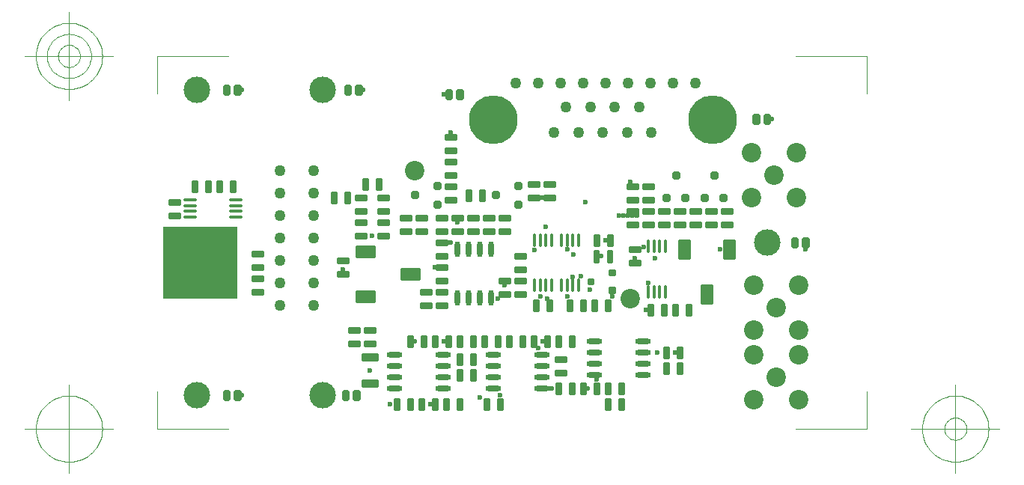
<source format=gbr>
G04 Generated by Ultiboard *
%FSLAX25Y25*%
%MOMM*%

%ADD10C,0.00100*%
%ADD11C,0.10000*%
%ADD12C,0.60000*%
%ADD13C,3.00000*%
%ADD14R,1.07975X1.86284*%
%ADD15C,0.42316*%
%ADD16R,1.05867X0.27534*%
%ADD17R,0.33833X0.31725*%
%ADD18C,0.59284*%
%ADD19C,5.50316*%
%ADD20C,1.27000*%
%ADD21O,1.77800X0.60960*%
%ADD22R,0.27534X1.05867*%
%ADD23R,0.27508X0.67716*%
%ADD24C,2.20000*%
%ADD25C,1.30000*%
%ADD26O,1.48184X0.38100*%
%ADD27R,1.86284X1.07975*%
%ADD28R,1.48184X0.57175*%
%ADD29R,0.31725X0.33833*%
%ADD30R,0.40000X0.40000*%
%ADD31C,0.40000*%
%ADD32O,0.38100X1.48184*%
%ADD33O,0.60960X1.77800*%


%LNSolder Mask Top*%
%LPD*%
%FSLAX25Y25*%
%MOMM*%
G54D10*
G36*
X25400Y1447800D02*
X25400Y2260600D01*
X863600Y2260600D01*
X863600Y1447800D01*
X25400Y1447800D01*
G37*
G54D11*
X-40050Y-25400D02*
X-40050Y396240D01*
X-40050Y-25400D02*
X762531Y-25400D01*
X7985760Y-25400D02*
X7183179Y-25400D01*
X7985760Y-25400D02*
X7985760Y396240D01*
X7985760Y4191000D02*
X7985760Y3769360D01*
X7985760Y4191000D02*
X7183179Y4191000D01*
X-40050Y4191000D02*
X762531Y4191000D01*
X-40050Y4191000D02*
X-40050Y3769360D01*
X-540050Y-25400D02*
X-1540050Y-25400D01*
X-1040050Y-525400D02*
X-1040050Y474600D01*
X-665050Y-25400D02*
X-666856Y11356D01*
X-666856Y11356D02*
X-672256Y47759D01*
X-672256Y47759D02*
X-681197Y83457D01*
X-681197Y83457D02*
X-693595Y118106D01*
X-693595Y118106D02*
X-709330Y151374D01*
X-709330Y151374D02*
X-728249Y182939D01*
X-728249Y182939D02*
X-750171Y212497D01*
X-750171Y212497D02*
X-774885Y239765D01*
X-774885Y239765D02*
X-802153Y264479D01*
X-802153Y264479D02*
X-831711Y286401D01*
X-831711Y286401D02*
X-863276Y305320D01*
X-863276Y305320D02*
X-896544Y321055D01*
X-896544Y321055D02*
X-931193Y333453D01*
X-931193Y333453D02*
X-966891Y342394D01*
X-966891Y342394D02*
X-1003294Y347794D01*
X-1003294Y347794D02*
X-1040050Y349600D01*
X-1040050Y349600D02*
X-1076806Y347794D01*
X-1076806Y347794D02*
X-1113209Y342394D01*
X-1113209Y342394D02*
X-1148907Y333453D01*
X-1148907Y333453D02*
X-1183556Y321055D01*
X-1183556Y321055D02*
X-1216824Y305320D01*
X-1216824Y305320D02*
X-1248389Y286401D01*
X-1248389Y286401D02*
X-1277947Y264479D01*
X-1277947Y264479D02*
X-1305215Y239765D01*
X-1305215Y239765D02*
X-1329929Y212497D01*
X-1329929Y212497D02*
X-1351851Y182939D01*
X-1351851Y182939D02*
X-1370770Y151374D01*
X-1370770Y151374D02*
X-1386505Y118106D01*
X-1386505Y118106D02*
X-1398903Y83457D01*
X-1398903Y83457D02*
X-1407844Y47759D01*
X-1407844Y47759D02*
X-1413244Y11356D01*
X-1413244Y11356D02*
X-1415050Y-25400D01*
X-1415050Y-25400D02*
X-1413244Y-62156D01*
X-1413244Y-62156D02*
X-1407844Y-98559D01*
X-1407844Y-98559D02*
X-1398903Y-134257D01*
X-1398903Y-134257D02*
X-1386505Y-168906D01*
X-1386505Y-168906D02*
X-1370770Y-202174D01*
X-1370770Y-202174D02*
X-1351851Y-233739D01*
X-1351851Y-233739D02*
X-1329929Y-263297D01*
X-1329929Y-263297D02*
X-1305215Y-290565D01*
X-1305215Y-290565D02*
X-1277947Y-315279D01*
X-1277947Y-315279D02*
X-1248389Y-337201D01*
X-1248389Y-337201D02*
X-1216824Y-356120D01*
X-1216824Y-356120D02*
X-1183556Y-371855D01*
X-1183556Y-371855D02*
X-1148907Y-384253D01*
X-1148907Y-384253D02*
X-1113209Y-393194D01*
X-1113209Y-393194D02*
X-1076806Y-398594D01*
X-1076806Y-398594D02*
X-1040050Y-400400D01*
X-1040050Y-400400D02*
X-1003294Y-398594D01*
X-1003294Y-398594D02*
X-966891Y-393194D01*
X-966891Y-393194D02*
X-931193Y-384253D01*
X-931193Y-384253D02*
X-896544Y-371855D01*
X-896544Y-371855D02*
X-863276Y-356120D01*
X-863276Y-356120D02*
X-831711Y-337201D01*
X-831711Y-337201D02*
X-802153Y-315279D01*
X-802153Y-315279D02*
X-774885Y-290565D01*
X-774885Y-290565D02*
X-750171Y-263297D01*
X-750171Y-263297D02*
X-728249Y-233739D01*
X-728249Y-233739D02*
X-709330Y-202174D01*
X-709330Y-202174D02*
X-693595Y-168906D01*
X-693595Y-168906D02*
X-681197Y-134257D01*
X-681197Y-134257D02*
X-672256Y-98559D01*
X-672256Y-98559D02*
X-666856Y-62156D01*
X-666856Y-62156D02*
X-665050Y-25400D01*
X8485760Y-25400D02*
X9485760Y-25400D01*
X8985760Y-525400D02*
X8985760Y474600D01*
X9360760Y-25400D02*
X9358954Y11356D01*
X9358954Y11356D02*
X9353554Y47759D01*
X9353554Y47759D02*
X9344613Y83457D01*
X9344613Y83457D02*
X9332215Y118106D01*
X9332215Y118106D02*
X9316480Y151374D01*
X9316480Y151374D02*
X9297561Y182939D01*
X9297561Y182939D02*
X9275639Y212497D01*
X9275639Y212497D02*
X9250925Y239765D01*
X9250925Y239765D02*
X9223657Y264479D01*
X9223657Y264479D02*
X9194099Y286401D01*
X9194099Y286401D02*
X9162534Y305320D01*
X9162534Y305320D02*
X9129266Y321055D01*
X9129266Y321055D02*
X9094617Y333453D01*
X9094617Y333453D02*
X9058919Y342394D01*
X9058919Y342394D02*
X9022516Y347794D01*
X9022516Y347794D02*
X8985760Y349600D01*
X8985760Y349600D02*
X8949004Y347794D01*
X8949004Y347794D02*
X8912601Y342394D01*
X8912601Y342394D02*
X8876903Y333453D01*
X8876903Y333453D02*
X8842254Y321055D01*
X8842254Y321055D02*
X8808986Y305320D01*
X8808986Y305320D02*
X8777421Y286401D01*
X8777421Y286401D02*
X8747863Y264479D01*
X8747863Y264479D02*
X8720595Y239765D01*
X8720595Y239765D02*
X8695881Y212497D01*
X8695881Y212497D02*
X8673959Y182939D01*
X8673959Y182939D02*
X8655040Y151374D01*
X8655040Y151374D02*
X8639305Y118106D01*
X8639305Y118106D02*
X8626907Y83457D01*
X8626907Y83457D02*
X8617966Y47759D01*
X8617966Y47759D02*
X8612566Y11356D01*
X8612566Y11356D02*
X8610760Y-25400D01*
X8610760Y-25400D02*
X8612566Y-62156D01*
X8612566Y-62156D02*
X8617966Y-98559D01*
X8617966Y-98559D02*
X8626907Y-134257D01*
X8626907Y-134257D02*
X8639305Y-168906D01*
X8639305Y-168906D02*
X8655040Y-202174D01*
X8655040Y-202174D02*
X8673959Y-233739D01*
X8673959Y-233739D02*
X8695881Y-263297D01*
X8695881Y-263297D02*
X8720595Y-290565D01*
X8720595Y-290565D02*
X8747863Y-315279D01*
X8747863Y-315279D02*
X8777421Y-337201D01*
X8777421Y-337201D02*
X8808986Y-356120D01*
X8808986Y-356120D02*
X8842254Y-371855D01*
X8842254Y-371855D02*
X8876903Y-384253D01*
X8876903Y-384253D02*
X8912601Y-393194D01*
X8912601Y-393194D02*
X8949004Y-398594D01*
X8949004Y-398594D02*
X8985760Y-400400D01*
X8985760Y-400400D02*
X9022516Y-398594D01*
X9022516Y-398594D02*
X9058919Y-393194D01*
X9058919Y-393194D02*
X9094617Y-384253D01*
X9094617Y-384253D02*
X9129266Y-371855D01*
X9129266Y-371855D02*
X9162534Y-356120D01*
X9162534Y-356120D02*
X9194099Y-337201D01*
X9194099Y-337201D02*
X9223657Y-315279D01*
X9223657Y-315279D02*
X9250925Y-290565D01*
X9250925Y-290565D02*
X9275639Y-263297D01*
X9275639Y-263297D02*
X9297561Y-233739D01*
X9297561Y-233739D02*
X9316480Y-202174D01*
X9316480Y-202174D02*
X9332215Y-168906D01*
X9332215Y-168906D02*
X9344613Y-134257D01*
X9344613Y-134257D02*
X9353554Y-98559D01*
X9353554Y-98559D02*
X9358954Y-62156D01*
X9358954Y-62156D02*
X9360760Y-25400D01*
X9110760Y-25400D02*
X9110158Y-13148D01*
X9110158Y-13148D02*
X9108358Y-1014D01*
X9108358Y-1014D02*
X9105378Y10886D01*
X9105378Y10886D02*
X9101245Y22435D01*
X9101245Y22435D02*
X9096000Y33525D01*
X9096000Y33525D02*
X9089694Y44046D01*
X9089694Y44046D02*
X9082386Y53899D01*
X9082386Y53899D02*
X9074148Y62988D01*
X9074148Y62988D02*
X9065059Y71226D01*
X9065059Y71226D02*
X9055206Y78534D01*
X9055206Y78534D02*
X9044685Y84840D01*
X9044685Y84840D02*
X9033595Y90085D01*
X9033595Y90085D02*
X9022046Y94218D01*
X9022046Y94218D02*
X9010146Y97198D01*
X9010146Y97198D02*
X8998012Y98998D01*
X8998012Y98998D02*
X8985760Y99600D01*
X8985760Y99600D02*
X8973508Y98998D01*
X8973508Y98998D02*
X8961374Y97198D01*
X8961374Y97198D02*
X8949475Y94218D01*
X8949475Y94218D02*
X8937925Y90085D01*
X8937925Y90085D02*
X8926836Y84840D01*
X8926836Y84840D02*
X8916314Y78534D01*
X8916314Y78534D02*
X8906461Y71226D01*
X8906461Y71226D02*
X8897372Y62988D01*
X8897372Y62988D02*
X8889134Y53899D01*
X8889134Y53899D02*
X8881826Y44046D01*
X8881826Y44046D02*
X8875520Y33525D01*
X8875520Y33525D02*
X8870275Y22435D01*
X8870275Y22435D02*
X8866143Y10886D01*
X8866143Y10886D02*
X8863162Y-1014D01*
X8863162Y-1014D02*
X8861362Y-13148D01*
X8861362Y-13148D02*
X8860760Y-25400D01*
X8860760Y-25400D02*
X8861362Y-37652D01*
X8861362Y-37652D02*
X8863162Y-49786D01*
X8863162Y-49786D02*
X8866143Y-61685D01*
X8866143Y-61685D02*
X8870275Y-73235D01*
X8870275Y-73235D02*
X8875520Y-84324D01*
X8875520Y-84324D02*
X8881826Y-94846D01*
X8881826Y-94846D02*
X8889134Y-104699D01*
X8889134Y-104699D02*
X8897372Y-113788D01*
X8897372Y-113788D02*
X8906461Y-122026D01*
X8906461Y-122026D02*
X8916314Y-129334D01*
X8916314Y-129334D02*
X8926836Y-135640D01*
X8926836Y-135640D02*
X8937925Y-140885D01*
X8937925Y-140885D02*
X8949475Y-145017D01*
X8949475Y-145017D02*
X8961374Y-147998D01*
X8961374Y-147998D02*
X8973508Y-149798D01*
X8973508Y-149798D02*
X8985760Y-150400D01*
X8985760Y-150400D02*
X8998012Y-149798D01*
X8998012Y-149798D02*
X9010146Y-147998D01*
X9010146Y-147998D02*
X9022046Y-145017D01*
X9022046Y-145017D02*
X9033595Y-140885D01*
X9033595Y-140885D02*
X9044685Y-135640D01*
X9044685Y-135640D02*
X9055206Y-129334D01*
X9055206Y-129334D02*
X9065059Y-122026D01*
X9065059Y-122026D02*
X9074148Y-113788D01*
X9074148Y-113788D02*
X9082386Y-104699D01*
X9082386Y-104699D02*
X9089694Y-94846D01*
X9089694Y-94846D02*
X9096000Y-84324D01*
X9096000Y-84324D02*
X9101245Y-73235D01*
X9101245Y-73235D02*
X9105378Y-61685D01*
X9105378Y-61685D02*
X9108358Y-49786D01*
X9108358Y-49786D02*
X9110158Y-37652D01*
X9110158Y-37652D02*
X9110760Y-25400D01*
X-540050Y4191000D02*
X-1540050Y4191000D01*
X-1040050Y3691000D02*
X-1040050Y4691000D01*
X-665050Y4191000D02*
X-666856Y4227756D01*
X-666856Y4227756D02*
X-672256Y4264159D01*
X-672256Y4264159D02*
X-681197Y4299857D01*
X-681197Y4299857D02*
X-693595Y4334506D01*
X-693595Y4334506D02*
X-709330Y4367774D01*
X-709330Y4367774D02*
X-728249Y4399339D01*
X-728249Y4399339D02*
X-750171Y4428897D01*
X-750171Y4428897D02*
X-774885Y4456165D01*
X-774885Y4456165D02*
X-802153Y4480879D01*
X-802153Y4480879D02*
X-831711Y4502801D01*
X-831711Y4502801D02*
X-863276Y4521720D01*
X-863276Y4521720D02*
X-896544Y4537455D01*
X-896544Y4537455D02*
X-931193Y4549853D01*
X-931193Y4549853D02*
X-966891Y4558794D01*
X-966891Y4558794D02*
X-1003294Y4564194D01*
X-1003294Y4564194D02*
X-1040050Y4566000D01*
X-1040050Y4566000D02*
X-1076806Y4564194D01*
X-1076806Y4564194D02*
X-1113209Y4558794D01*
X-1113209Y4558794D02*
X-1148907Y4549853D01*
X-1148907Y4549853D02*
X-1183556Y4537455D01*
X-1183556Y4537455D02*
X-1216824Y4521720D01*
X-1216824Y4521720D02*
X-1248389Y4502801D01*
X-1248389Y4502801D02*
X-1277947Y4480879D01*
X-1277947Y4480879D02*
X-1305215Y4456165D01*
X-1305215Y4456165D02*
X-1329929Y4428897D01*
X-1329929Y4428897D02*
X-1351851Y4399339D01*
X-1351851Y4399339D02*
X-1370770Y4367774D01*
X-1370770Y4367774D02*
X-1386505Y4334506D01*
X-1386505Y4334506D02*
X-1398903Y4299857D01*
X-1398903Y4299857D02*
X-1407844Y4264159D01*
X-1407844Y4264159D02*
X-1413244Y4227756D01*
X-1413244Y4227756D02*
X-1415050Y4191000D01*
X-1415050Y4191000D02*
X-1413244Y4154244D01*
X-1413244Y4154244D02*
X-1407844Y4117841D01*
X-1407844Y4117841D02*
X-1398903Y4082143D01*
X-1398903Y4082143D02*
X-1386505Y4047494D01*
X-1386505Y4047494D02*
X-1370770Y4014226D01*
X-1370770Y4014226D02*
X-1351851Y3982661D01*
X-1351851Y3982661D02*
X-1329929Y3953103D01*
X-1329929Y3953103D02*
X-1305215Y3925835D01*
X-1305215Y3925835D02*
X-1277947Y3901121D01*
X-1277947Y3901121D02*
X-1248389Y3879199D01*
X-1248389Y3879199D02*
X-1216824Y3860280D01*
X-1216824Y3860280D02*
X-1183556Y3844545D01*
X-1183556Y3844545D02*
X-1148907Y3832147D01*
X-1148907Y3832147D02*
X-1113209Y3823206D01*
X-1113209Y3823206D02*
X-1076806Y3817806D01*
X-1076806Y3817806D02*
X-1040050Y3816000D01*
X-1040050Y3816000D02*
X-1003294Y3817806D01*
X-1003294Y3817806D02*
X-966891Y3823206D01*
X-966891Y3823206D02*
X-931193Y3832147D01*
X-931193Y3832147D02*
X-896544Y3844545D01*
X-896544Y3844545D02*
X-863276Y3860280D01*
X-863276Y3860280D02*
X-831711Y3879199D01*
X-831711Y3879199D02*
X-802153Y3901121D01*
X-802153Y3901121D02*
X-774885Y3925835D01*
X-774885Y3925835D02*
X-750171Y3953103D01*
X-750171Y3953103D02*
X-728249Y3982661D01*
X-728249Y3982661D02*
X-709330Y4014226D01*
X-709330Y4014226D02*
X-693595Y4047494D01*
X-693595Y4047494D02*
X-681197Y4082143D01*
X-681197Y4082143D02*
X-672256Y4117841D01*
X-672256Y4117841D02*
X-666856Y4154244D01*
X-666856Y4154244D02*
X-665050Y4191000D01*
X-790050Y4191000D02*
X-791254Y4215504D01*
X-791254Y4215504D02*
X-794854Y4239773D01*
X-794854Y4239773D02*
X-800815Y4263571D01*
X-800815Y4263571D02*
X-809080Y4286671D01*
X-809080Y4286671D02*
X-819570Y4308849D01*
X-819570Y4308849D02*
X-832183Y4329893D01*
X-832183Y4329893D02*
X-846797Y4349598D01*
X-846797Y4349598D02*
X-863273Y4367777D01*
X-863273Y4367777D02*
X-881452Y4384253D01*
X-881452Y4384253D02*
X-901157Y4398867D01*
X-901157Y4398867D02*
X-922201Y4411480D01*
X-922201Y4411480D02*
X-944379Y4421970D01*
X-944379Y4421970D02*
X-967479Y4430235D01*
X-967479Y4430235D02*
X-991277Y4436196D01*
X-991277Y4436196D02*
X-1015546Y4439796D01*
X-1015546Y4439796D02*
X-1040050Y4441000D01*
X-1040050Y4441000D02*
X-1064554Y4439796D01*
X-1064554Y4439796D02*
X-1088822Y4436196D01*
X-1088822Y4436196D02*
X-1112621Y4430235D01*
X-1112621Y4430235D02*
X-1135721Y4421970D01*
X-1135721Y4421970D02*
X-1157899Y4411480D01*
X-1157899Y4411480D02*
X-1178942Y4398867D01*
X-1178942Y4398867D02*
X-1198648Y4384253D01*
X-1198648Y4384253D02*
X-1216827Y4367777D01*
X-1216827Y4367777D02*
X-1233303Y4349598D01*
X-1233303Y4349598D02*
X-1247917Y4329893D01*
X-1247917Y4329893D02*
X-1260530Y4308849D01*
X-1260530Y4308849D02*
X-1271020Y4286671D01*
X-1271020Y4286671D02*
X-1279285Y4263571D01*
X-1279285Y4263571D02*
X-1285246Y4239773D01*
X-1285246Y4239773D02*
X-1288846Y4215504D01*
X-1288846Y4215504D02*
X-1290050Y4191000D01*
X-1290050Y4191000D02*
X-1288846Y4166496D01*
X-1288846Y4166496D02*
X-1285246Y4142228D01*
X-1285246Y4142228D02*
X-1279285Y4118429D01*
X-1279285Y4118429D02*
X-1271020Y4095329D01*
X-1271020Y4095329D02*
X-1260530Y4073151D01*
X-1260530Y4073151D02*
X-1247917Y4052108D01*
X-1247917Y4052108D02*
X-1233303Y4032402D01*
X-1233303Y4032402D02*
X-1216827Y4014223D01*
X-1216827Y4014223D02*
X-1198648Y3997747D01*
X-1198648Y3997747D02*
X-1178942Y3983133D01*
X-1178942Y3983133D02*
X-1157899Y3970520D01*
X-1157899Y3970520D02*
X-1135721Y3960030D01*
X-1135721Y3960030D02*
X-1112621Y3951765D01*
X-1112621Y3951765D02*
X-1088822Y3945804D01*
X-1088822Y3945804D02*
X-1064554Y3942204D01*
X-1064554Y3942204D02*
X-1040050Y3941000D01*
X-1040050Y3941000D02*
X-1015546Y3942204D01*
X-1015546Y3942204D02*
X-991277Y3945804D01*
X-991277Y3945804D02*
X-967479Y3951765D01*
X-967479Y3951765D02*
X-944379Y3960030D01*
X-944379Y3960030D02*
X-922201Y3970520D01*
X-922201Y3970520D02*
X-901157Y3983133D01*
X-901157Y3983133D02*
X-881452Y3997747D01*
X-881452Y3997747D02*
X-863273Y4014223D01*
X-863273Y4014223D02*
X-846797Y4032402D01*
X-846797Y4032402D02*
X-832183Y4052108D01*
X-832183Y4052108D02*
X-819570Y4073151D01*
X-819570Y4073151D02*
X-809080Y4095329D01*
X-809080Y4095329D02*
X-800815Y4118429D01*
X-800815Y4118429D02*
X-794854Y4142228D01*
X-794854Y4142228D02*
X-791254Y4166496D01*
X-791254Y4166496D02*
X-790050Y4191000D01*
X-915050Y4191000D02*
X-915652Y4203252D01*
X-915652Y4203252D02*
X-917452Y4215386D01*
X-917452Y4215386D02*
X-920432Y4227286D01*
X-920432Y4227286D02*
X-924565Y4238835D01*
X-924565Y4238835D02*
X-929810Y4249925D01*
X-929810Y4249925D02*
X-936116Y4260446D01*
X-936116Y4260446D02*
X-943424Y4270299D01*
X-943424Y4270299D02*
X-951662Y4279388D01*
X-951662Y4279388D02*
X-960751Y4287626D01*
X-960751Y4287626D02*
X-970604Y4294934D01*
X-970604Y4294934D02*
X-981125Y4301240D01*
X-981125Y4301240D02*
X-992215Y4306485D01*
X-992215Y4306485D02*
X-1003764Y4310618D01*
X-1003764Y4310618D02*
X-1015664Y4313598D01*
X-1015664Y4313598D02*
X-1027798Y4315398D01*
X-1027798Y4315398D02*
X-1040050Y4316000D01*
X-1040050Y4316000D02*
X-1052302Y4315398D01*
X-1052302Y4315398D02*
X-1064436Y4313598D01*
X-1064436Y4313598D02*
X-1076335Y4310618D01*
X-1076335Y4310618D02*
X-1087885Y4306485D01*
X-1087885Y4306485D02*
X-1098974Y4301240D01*
X-1098974Y4301240D02*
X-1109496Y4294934D01*
X-1109496Y4294934D02*
X-1119349Y4287626D01*
X-1119349Y4287626D02*
X-1128438Y4279388D01*
X-1128438Y4279388D02*
X-1136676Y4270299D01*
X-1136676Y4270299D02*
X-1143984Y4260446D01*
X-1143984Y4260446D02*
X-1150290Y4249925D01*
X-1150290Y4249925D02*
X-1155535Y4238835D01*
X-1155535Y4238835D02*
X-1159667Y4227286D01*
X-1159667Y4227286D02*
X-1162648Y4215386D01*
X-1162648Y4215386D02*
X-1164448Y4203252D01*
X-1164448Y4203252D02*
X-1165050Y4191000D01*
X-1165050Y4191000D02*
X-1164448Y4178748D01*
X-1164448Y4178748D02*
X-1162648Y4166614D01*
X-1162648Y4166614D02*
X-1159667Y4154715D01*
X-1159667Y4154715D02*
X-1155535Y4143165D01*
X-1155535Y4143165D02*
X-1150290Y4132076D01*
X-1150290Y4132076D02*
X-1143984Y4121554D01*
X-1143984Y4121554D02*
X-1136676Y4111701D01*
X-1136676Y4111701D02*
X-1128438Y4102612D01*
X-1128438Y4102612D02*
X-1119349Y4094374D01*
X-1119349Y4094374D02*
X-1109496Y4087066D01*
X-1109496Y4087066D02*
X-1098974Y4080760D01*
X-1098974Y4080760D02*
X-1087885Y4075515D01*
X-1087885Y4075515D02*
X-1076335Y4071383D01*
X-1076335Y4071383D02*
X-1064436Y4068402D01*
X-1064436Y4068402D02*
X-1052302Y4066602D01*
X-1052302Y4066602D02*
X-1040050Y4066000D01*
X-1040050Y4066000D02*
X-1027798Y4066602D01*
X-1027798Y4066602D02*
X-1015664Y4068402D01*
X-1015664Y4068402D02*
X-1003764Y4071383D01*
X-1003764Y4071383D02*
X-992215Y4075515D01*
X-992215Y4075515D02*
X-981125Y4080760D01*
X-981125Y4080760D02*
X-970604Y4087066D01*
X-970604Y4087066D02*
X-960751Y4094374D01*
X-960751Y4094374D02*
X-951662Y4102612D01*
X-951662Y4102612D02*
X-943424Y4111701D01*
X-943424Y4111701D02*
X-936116Y4121554D01*
X-936116Y4121554D02*
X-929810Y4132076D01*
X-929810Y4132076D02*
X-924565Y4143165D01*
X-924565Y4143165D02*
X-920432Y4154715D01*
X-920432Y4154715D02*
X-917452Y4166614D01*
X-917452Y4166614D02*
X-915652Y4178748D01*
X-915652Y4178748D02*
X-915050Y4191000D01*
G54D12*
X3200400Y965200D03*
X3200400Y3759200D03*
X101600Y1600200D03*
X304800Y1600200D03*
X406400Y1600200D03*
X508000Y1600200D03*
X609600Y1600200D03*
X711200Y1600200D03*
X203200Y1600200D03*
X762000Y1524000D03*
X355600Y1524000D03*
X152400Y1524000D03*
X254000Y1524000D03*
X457200Y1524000D03*
X558800Y1524000D03*
X660400Y1524000D03*
X914400Y355600D03*
X762000Y2184400D03*
X787400Y1854200D03*
X355600Y2184400D03*
X406400Y2108200D03*
X101600Y2006600D03*
X203200Y1955800D03*
X101600Y1905000D03*
X101600Y1803400D03*
X203200Y1854200D03*
X101600Y1701800D03*
X203200Y1752600D03*
X254000Y2184400D03*
X152400Y2184400D03*
X304800Y2108200D03*
X203200Y2108200D03*
X101600Y2108200D03*
X558800Y1854200D03*
X635000Y1854200D03*
X711200Y1854200D03*
X609600Y2108200D03*
X711200Y2108200D03*
X660400Y2184400D03*
X558800Y2184400D03*
X508000Y2108200D03*
X457200Y2184400D03*
X2362200Y635000D03*
X2590800Y254000D03*
X3048000Y254000D03*
X2870200Y965200D03*
X2387600Y2159000D03*
X2057400Y1778000D03*
X3098800Y1803400D03*
X914400Y3810000D03*
X2286000Y3810000D03*
X4826000Y431800D03*
X4800600Y2540000D03*
X3886200Y1600200D03*
X3606800Y330200D03*
X3835400Y355600D03*
X3810000Y1447800D03*
X4419600Y431800D03*
X4368800Y1447800D03*
X4267200Y889000D03*
X4318000Y965200D03*
X4292600Y1473200D03*
X4597400Y1473200D03*
X3276600Y2082800D03*
X3352800Y2311400D03*
X4353983Y2260600D03*
X4224867Y1998133D03*
X4597400Y2006600D03*
X4660900Y1943100D03*
X4658783Y1691217D03*
X4749800Y1701800D03*
X4318000Y2590800D03*
X5511800Y1625600D03*
X5613400Y838200D03*
X4927600Y533400D03*
X5105400Y1473200D03*
X4851400Y1549400D03*
X5486400Y1320800D03*
X5816600Y838200D03*
X5588000Y1905000D03*
X5334000Y2387600D03*
X5384800Y2387600D03*
X5283200Y2387600D03*
X5232400Y2387600D03*
X5181600Y2387600D03*
X4978400Y1930400D03*
X5029200Y2108200D03*
X5461000Y2032000D03*
X5359400Y1905000D03*
X5308600Y2768600D03*
X6324600Y2006600D03*
X3276600Y3327400D03*
X7289800Y2006600D03*
X6908800Y3479800D03*
G54D13*
X406400Y355600D03*
X1828800Y355600D03*
X406400Y3810000D03*
X1828800Y3810000D03*
X6858000Y2082800D03*
G54D14*
X6426200Y2006600D03*
X6172200Y1498600D03*
X5918200Y2006600D03*
G54D15*
X6372213Y1913458D02*
X6480187Y1913458D01*
X6480187Y2099742D01*
X6372213Y2099742D01*
X6372213Y1913458D01*D02*
X6118213Y1405458D02*
X6226187Y1405458D01*
X6226187Y1591742D01*
X6118213Y1591742D01*
X6118213Y1405458D01*D02*
X5864213Y1913458D02*
X5972187Y1913458D01*
X5972187Y2099742D01*
X5864213Y2099742D01*
X5864213Y1913458D01*D02*
X6347867Y2424633D02*
X6453733Y2424633D01*
X6453733Y2452167D01*
X6347867Y2452167D01*
X6347867Y2424633D01*D02*
X6347867Y2272233D02*
X6453733Y2272233D01*
X6453733Y2299767D01*
X6347867Y2299767D01*
X6347867Y2272233D01*D02*
X3212033Y201067D02*
X3239567Y201067D01*
X3239567Y306933D01*
X3212033Y306933D01*
X3212033Y201067D01*D02*
X3364433Y201067D02*
X3391967Y201067D01*
X3391967Y306933D01*
X3364433Y306933D01*
X3364433Y201067D01*D02*
X3237433Y912267D02*
X3264967Y912267D01*
X3264967Y1018133D01*
X3237433Y1018133D01*
X3237433Y912267D01*D02*
X3085033Y912267D02*
X3112567Y912267D01*
X3112567Y1018133D01*
X3085033Y1018133D01*
X3085033Y912267D01*D02*
X3122067Y1510233D02*
X3227933Y1510233D01*
X3227933Y1537767D01*
X3122067Y1537767D01*
X3122067Y1510233D01*D02*
X3122067Y1357833D02*
X3227933Y1357833D01*
X3227933Y1385367D01*
X3122067Y1385367D01*
X3122067Y1357833D01*D02*
X3122067Y2348433D02*
X3227933Y2348433D01*
X3227933Y2375967D01*
X3122067Y2375967D01*
X3122067Y2348433D01*D02*
X3122067Y2196033D02*
X3227933Y2196033D01*
X3227933Y2223567D01*
X3122067Y2223567D01*
X3122067Y2196033D01*D02*
X3122067Y1637233D02*
X3227933Y1637233D01*
X3227933Y1664767D01*
X3122067Y1664767D01*
X3122067Y1637233D01*D02*
X3122067Y1789633D02*
X3227933Y1789633D01*
X3227933Y1817167D01*
X3122067Y1817167D01*
X3122067Y1789633D01*D02*
X3122067Y1916633D02*
X3227933Y1916633D01*
X3227933Y1944167D01*
X3122067Y1944167D01*
X3122067Y1916633D01*D02*
X3122067Y2069033D02*
X3227933Y2069033D01*
X3227933Y2096567D01*
X3122067Y2096567D01*
X3122067Y2069033D01*D02*
X3223667Y2704033D02*
X3329533Y2704033D01*
X3329533Y2731567D01*
X3223667Y2731567D01*
X3223667Y2704033D01*D02*
X3223667Y2551633D02*
X3329533Y2551633D01*
X3329533Y2579167D01*
X3223667Y2579167D01*
X3223667Y2551633D01*D02*
X3223667Y2831033D02*
X3329533Y2831033D01*
X3329533Y2858567D01*
X3223667Y2858567D01*
X3223667Y2831033D01*D02*
X3223667Y2983433D02*
X3329533Y2983433D01*
X3329533Y3010967D01*
X3223667Y3010967D01*
X3223667Y2983433D01*D02*
X3223667Y3262833D02*
X3329533Y3262833D01*
X3329533Y3290367D01*
X3223667Y3290367D01*
X3223667Y3262833D01*D02*
X3223667Y3110433D02*
X3329533Y3110433D01*
X3329533Y3137967D01*
X3223667Y3137967D01*
X3223667Y3110433D01*D02*
X1039267Y1510233D02*
X1145133Y1510233D01*
X1145133Y1537767D01*
X1039267Y1537767D01*
X1039267Y1510233D01*D02*
X1039267Y1662633D02*
X1145133Y1662633D01*
X1145133Y1690167D01*
X1039267Y1690167D01*
X1039267Y1662633D01*D02*
X799033Y2664867D02*
X826567Y2664867D01*
X826567Y2770733D01*
X799033Y2770733D01*
X799033Y2664867D01*D02*
X646633Y2664867D02*
X674167Y2664867D01*
X674167Y2770733D01*
X646633Y2770733D01*
X646633Y2664867D01*D02*
X99467Y2373833D02*
X205333Y2373833D01*
X205333Y2401367D01*
X99467Y2401367D01*
X99467Y2373833D01*D02*
X99467Y2526233D02*
X205333Y2526233D01*
X205333Y2553767D01*
X99467Y2553767D01*
X99467Y2526233D01*D02*
X367233Y2664867D02*
X394767Y2664867D01*
X394767Y2770733D01*
X367233Y2770733D01*
X367233Y2664867D01*D02*
X519633Y2664867D02*
X547167Y2664867D01*
X547167Y2770733D01*
X519633Y2770733D01*
X519633Y2664867D01*D02*
X1039267Y1942033D02*
X1145133Y1942033D01*
X1145133Y1969567D01*
X1039267Y1969567D01*
X1039267Y1942033D01*D02*
X1039267Y1789633D02*
X1145133Y1789633D01*
X1145133Y1817167D01*
X1039267Y1817167D01*
X1039267Y1789633D01*D02*
X2218258Y1419213D02*
X2404542Y1419213D01*
X2404542Y1527187D01*
X2218258Y1527187D01*
X2218258Y1419213D01*D02*
X2218258Y1927213D02*
X2404542Y1927213D01*
X2404542Y2035187D01*
X2218258Y2035187D01*
X2218258Y1927213D01*D02*
X2726258Y1673213D02*
X2912542Y1673213D01*
X2912542Y1781187D01*
X2726258Y1781187D01*
X2726258Y1673213D01*D02*
X2309267Y1078433D02*
X2415133Y1078433D01*
X2415133Y1105967D01*
X2309267Y1105967D01*
X2309267Y1078433D01*D02*
X2309267Y926033D02*
X2415133Y926033D01*
X2415133Y953567D01*
X2309267Y953567D01*
X2309267Y926033D01*D02*
X2288108Y462480D02*
X2436292Y462480D01*
X2436292Y519654D01*
X2288108Y519654D01*
X2288108Y462480D01*D02*
X2288108Y758813D02*
X2436292Y758813D01*
X2436292Y815987D01*
X2288108Y815987D01*
X2288108Y758813D01*D02*
X2131467Y926033D02*
X2237333Y926033D01*
X2237333Y953567D01*
X2131467Y953567D01*
X2131467Y926033D01*D02*
X2131467Y1078433D02*
X2237333Y1078433D01*
X2237333Y1105967D01*
X2131467Y1105967D01*
X2131467Y1078433D01*D02*
X2805633Y201067D02*
X2833167Y201067D01*
X2833167Y306933D01*
X2805633Y306933D01*
X2805633Y201067D01*D02*
X2653233Y201067D02*
X2680767Y201067D01*
X2680767Y306933D01*
X2653233Y306933D01*
X2653233Y201067D01*D02*
X2932633Y201067D02*
X2960167Y201067D01*
X2960167Y306933D01*
X2932633Y306933D01*
X2932633Y201067D01*D02*
X3085033Y201067D02*
X3112567Y201067D01*
X3112567Y306933D01*
X3085033Y306933D01*
X3085033Y201067D01*D02*
X2805633Y912267D02*
X2833167Y912267D01*
X2833167Y1018133D01*
X2805633Y1018133D01*
X2805633Y912267D01*D02*
X2958033Y912267D02*
X2985567Y912267D01*
X2985567Y1018133D01*
X2958033Y1018133D01*
X2958033Y912267D01*D02*
X2944267Y1510233D02*
X3050133Y1510233D01*
X3050133Y1537767D01*
X2944267Y1537767D01*
X2944267Y1510233D01*D02*
X2944267Y1357833D02*
X3050133Y1357833D01*
X3050133Y1385367D01*
X2944267Y1385367D01*
X2944267Y1357833D01*D02*
X2297633Y2690267D02*
X2325167Y2690267D01*
X2325167Y2796133D01*
X2297633Y2796133D01*
X2297633Y2690267D01*D02*
X2450033Y2690267D02*
X2477567Y2690267D01*
X2477567Y2796133D01*
X2450033Y2796133D01*
X2450033Y2690267D01*D02*
X2207667Y2424633D02*
X2313533Y2424633D01*
X2313533Y2452167D01*
X2207667Y2452167D01*
X2207667Y2424633D01*D02*
X2207667Y2577033D02*
X2313533Y2577033D01*
X2313533Y2604567D01*
X2207667Y2604567D01*
X2207667Y2577033D01*D02*
X2004467Y1713433D02*
X2110333Y1713433D01*
X2110333Y1740967D01*
X2004467Y1740967D01*
X2004467Y1713433D01*D02*
X2004467Y1865833D02*
X2110333Y1865833D01*
X2110333Y1893367D01*
X2004467Y1893367D01*
X2004467Y1865833D01*D02*
X2207667Y2297633D02*
X2313533Y2297633D01*
X2313533Y2325167D01*
X2207667Y2325167D01*
X2207667Y2297633D01*D02*
X2207667Y2145233D02*
X2313533Y2145233D01*
X2313533Y2172767D01*
X2207667Y2172767D01*
X2207667Y2145233D01*D02*
X1942033Y2537867D02*
X1969567Y2537867D01*
X1969567Y2643733D01*
X1942033Y2643733D01*
X1942033Y2537867D01*D02*
X2094433Y2537867D02*
X2121967Y2537867D01*
X2121967Y2643733D01*
X2094433Y2643733D01*
X2094433Y2537867D01*D02*
X2893467Y2348433D02*
X2999333Y2348433D01*
X2999333Y2375967D01*
X2893467Y2375967D01*
X2893467Y2348433D01*D02*
X2893467Y2196033D02*
X2999333Y2196033D01*
X2999333Y2223567D01*
X2893467Y2223567D01*
X2893467Y2196033D01*D02*
X2715667Y2348433D02*
X2821533Y2348433D01*
X2821533Y2375967D01*
X2715667Y2375967D01*
X2715667Y2348433D01*D02*
X2715667Y2196033D02*
X2821533Y2196033D01*
X2821533Y2223567D01*
X2715667Y2223567D01*
X2715667Y2196033D01*D02*
X2461667Y2424633D02*
X2567533Y2424633D01*
X2567533Y2452167D01*
X2461667Y2452167D01*
X2461667Y2424633D01*D02*
X2461667Y2577033D02*
X2567533Y2577033D01*
X2567533Y2604567D01*
X2461667Y2604567D01*
X2461667Y2577033D01*D02*
X2461667Y2145233D02*
X2567533Y2145233D01*
X2567533Y2172767D01*
X2461667Y2172767D01*
X2461667Y2145233D01*D02*
X2461667Y2297633D02*
X2567533Y2297633D01*
X2567533Y2325167D01*
X2461667Y2325167D01*
X2461667Y2297633D01*D02*
X4761433Y1318667D02*
X4788967Y1318667D01*
X4788967Y1424533D01*
X4761433Y1424533D01*
X4761433Y1318667D01*D02*
X4609033Y1318667D02*
X4636567Y1318667D01*
X4636567Y1424533D01*
X4609033Y1424533D01*
X4609033Y1318667D01*D02*
X4761433Y378867D02*
X4788967Y378867D01*
X4788967Y484733D01*
X4761433Y484733D01*
X4761433Y378867D01*D02*
X4913833Y378867D02*
X4941367Y378867D01*
X4941367Y484733D01*
X4913833Y484733D01*
X4913833Y378867D01*D02*
X3833267Y1637233D02*
X3939133Y1637233D01*
X3939133Y1664767D01*
X3833267Y1664767D01*
X3833267Y1637233D01*D02*
X3833267Y1484833D02*
X3939133Y1484833D01*
X3939133Y1512367D01*
X3833267Y1512367D01*
X3833267Y1484833D01*D02*
X4011067Y1637233D02*
X4116933Y1637233D01*
X4116933Y1664767D01*
X4011067Y1664767D01*
X4011067Y1637233D01*D02*
X4011067Y1484833D02*
X4116933Y1484833D01*
X4116933Y1512367D01*
X4011067Y1512367D01*
X4011067Y1484833D01*D02*
X3923233Y912267D02*
X3950767Y912267D01*
X3950767Y1018133D01*
X3923233Y1018133D01*
X3923233Y912267D01*D02*
X4075633Y912267D02*
X4103167Y912267D01*
X4103167Y1018133D01*
X4075633Y1018133D01*
X4075633Y912267D01*D02*
X3364433Y709067D02*
X3391967Y709067D01*
X3391967Y814933D01*
X3364433Y814933D01*
X3364433Y709067D01*D02*
X3516833Y709067D02*
X3544367Y709067D01*
X3544367Y814933D01*
X3516833Y814933D01*
X3516833Y709067D01*D02*
X3516833Y531267D02*
X3544367Y531267D01*
X3544367Y637133D01*
X3516833Y637133D01*
X3516833Y531267D01*D02*
X3364433Y531267D02*
X3391967Y531267D01*
X3391967Y637133D01*
X3364433Y637133D01*
X3364433Y531267D01*D02*
X3669233Y201067D02*
X3696767Y201067D01*
X3696767Y306933D01*
X3669233Y306933D01*
X3669233Y201067D01*D02*
X3821633Y201067D02*
X3849167Y201067D01*
X3849167Y306933D01*
X3821633Y306933D01*
X3821633Y201067D01*D02*
X3643833Y912267D02*
X3671367Y912267D01*
X3671367Y1018133D01*
X3643833Y1018133D01*
X3643833Y912267D01*D02*
X3796233Y912267D02*
X3823767Y912267D01*
X3823767Y1018133D01*
X3796233Y1018133D01*
X3796233Y912267D01*D02*
X3516833Y912267D02*
X3544367Y912267D01*
X3544367Y1018133D01*
X3516833Y1018133D01*
X3516833Y912267D01*D02*
X3364433Y912267D02*
X3391967Y912267D01*
X3391967Y1018133D01*
X3364433Y1018133D01*
X3364433Y912267D01*D02*
X4468267Y748233D02*
X4574133Y748233D01*
X4574133Y775767D01*
X4468267Y775767D01*
X4468267Y748233D01*D02*
X4468267Y595833D02*
X4574133Y595833D01*
X4574133Y623367D01*
X4468267Y623367D01*
X4468267Y595833D01*D02*
X4482033Y378867D02*
X4509567Y378867D01*
X4509567Y484733D01*
X4482033Y484733D01*
X4482033Y378867D01*D02*
X4634433Y378867D02*
X4661967Y378867D01*
X4661967Y484733D01*
X4634433Y484733D01*
X4634433Y378867D01*D02*
X4355033Y912267D02*
X4382567Y912267D01*
X4382567Y1018133D01*
X4355033Y1018133D01*
X4355033Y912267D01*D02*
X4202633Y912267D02*
X4230167Y912267D01*
X4230167Y1018133D01*
X4202633Y1018133D01*
X4202633Y912267D01*D02*
X4380433Y1318667D02*
X4407967Y1318667D01*
X4407967Y1424533D01*
X4380433Y1424533D01*
X4380433Y1318667D01*D02*
X4228033Y1318667D02*
X4255567Y1318667D01*
X4255567Y1424533D01*
X4228033Y1424533D01*
X4228033Y1318667D01*D02*
X4482033Y912267D02*
X4509567Y912267D01*
X4509567Y1018133D01*
X4482033Y1018133D01*
X4482033Y912267D01*D02*
X4634433Y912267D02*
X4661967Y912267D01*
X4661967Y1018133D01*
X4634433Y1018133D01*
X4634433Y912267D01*D02*
X4011067Y1916633D02*
X4116933Y1916633D01*
X4116933Y1944167D01*
X4011067Y1944167D01*
X4011067Y1916633D01*D02*
X4011067Y1764233D02*
X4116933Y1764233D01*
X4116933Y1791767D01*
X4011067Y1791767D01*
X4011067Y1764233D01*D02*
X3477667Y2348433D02*
X3583533Y2348433D01*
X3583533Y2375967D01*
X3477667Y2375967D01*
X3477667Y2348433D01*D02*
X3477667Y2196033D02*
X3583533Y2196033D01*
X3583533Y2223567D01*
X3477667Y2223567D01*
X3477667Y2196033D01*D02*
X3299867Y2348433D02*
X3405733Y2348433D01*
X3405733Y2375967D01*
X3299867Y2375967D01*
X3299867Y2348433D01*D02*
X3299867Y2196033D02*
X3405733Y2196033D01*
X3405733Y2223567D01*
X3299867Y2223567D01*
X3299867Y2196033D01*D02*
X3655467Y2348433D02*
X3761333Y2348433D01*
X3761333Y2375967D01*
X3655467Y2375967D01*
X3655467Y2348433D01*D02*
X3655467Y2196033D02*
X3761333Y2196033D01*
X3761333Y2223567D01*
X3655467Y2223567D01*
X3655467Y2196033D01*D02*
X3833267Y2348433D02*
X3939133Y2348433D01*
X3939133Y2375967D01*
X3833267Y2375967D01*
X3833267Y2348433D01*D02*
X3833267Y2196033D02*
X3939133Y2196033D01*
X3939133Y2223567D01*
X3833267Y2223567D01*
X3833267Y2196033D01*D02*
X3618433Y2563267D02*
X3645967Y2563267D01*
X3645967Y2669133D01*
X3618433Y2669133D01*
X3618433Y2563267D01*D02*
X3466033Y2563267D02*
X3493567Y2563267D01*
X3493567Y2669133D01*
X3466033Y2669133D01*
X3466033Y2563267D01*D02*
X4341267Y2577033D02*
X4447133Y2577033D01*
X4447133Y2604567D01*
X4341267Y2604567D01*
X4341267Y2577033D01*D02*
X4341267Y2729433D02*
X4447133Y2729433D01*
X4447133Y2756967D01*
X4341267Y2756967D01*
X4341267Y2729433D01*D02*
X4163467Y2729433D02*
X4269333Y2729433D01*
X4269333Y2756967D01*
X4163467Y2756967D01*
X4163467Y2729433D01*D02*
X4163467Y2577033D02*
X4269333Y2577033D01*
X4269333Y2604567D01*
X4163467Y2604567D01*
X4163467Y2577033D01*D02*
X5523433Y1267867D02*
X5550967Y1267867D01*
X5550967Y1373733D01*
X5523433Y1373733D01*
X5523433Y1267867D01*D02*
X5675833Y1267867D02*
X5703367Y1267867D01*
X5703367Y1373733D01*
X5675833Y1373733D01*
X5675833Y1267867D01*D02*
X5193233Y378867D02*
X5220767Y378867D01*
X5220767Y484733D01*
X5193233Y484733D01*
X5193233Y378867D01*D02*
X5040833Y378867D02*
X5068367Y378867D01*
X5068367Y484733D01*
X5040833Y484733D01*
X5040833Y378867D01*D02*
X5193233Y201067D02*
X5220767Y201067D01*
X5220767Y306933D01*
X5193233Y306933D01*
X5193233Y201067D01*D02*
X5040833Y201067D02*
X5068367Y201067D01*
X5068367Y306933D01*
X5040833Y306933D01*
X5040833Y201067D01*D02*
X4888433Y1318667D02*
X4915967Y1318667D01*
X4915967Y1424533D01*
X4888433Y1424533D01*
X4888433Y1318667D01*D02*
X5040833Y1318667D02*
X5068367Y1318667D01*
X5068367Y1424533D01*
X5040833Y1424533D01*
X5040833Y1318667D01*D02*
X5701233Y785267D02*
X5728767Y785267D01*
X5728767Y891133D01*
X5701233Y891133D01*
X5701233Y785267D01*D02*
X5853633Y785267D02*
X5881167Y785267D01*
X5881167Y891133D01*
X5853633Y891133D01*
X5853633Y785267D01*D02*
X5701233Y607467D02*
X5728767Y607467D01*
X5728767Y713333D01*
X5701233Y713333D01*
X5701233Y607467D01*D02*
X5853633Y607467D02*
X5881167Y607467D01*
X5881167Y713333D01*
X5853633Y713333D01*
X5853633Y607467D01*D02*
X5955233Y1267867D02*
X5982767Y1267867D01*
X5982767Y1373733D01*
X5955233Y1373733D01*
X5955233Y1267867D01*D02*
X5802833Y1267867D02*
X5830367Y1267867D01*
X5830367Y1373733D01*
X5802833Y1373733D01*
X5802833Y1267867D01*D02*
X5458867Y2551633D02*
X5564733Y2551633D01*
X5564733Y2579167D01*
X5458867Y2579167D01*
X5458867Y2551633D01*D02*
X5458867Y2704033D02*
X5564733Y2704033D01*
X5564733Y2731567D01*
X5458867Y2731567D01*
X5458867Y2704033D01*D02*
X5636667Y2272233D02*
X5742533Y2272233D01*
X5742533Y2299767D01*
X5636667Y2299767D01*
X5636667Y2272233D01*D02*
X5636667Y2424633D02*
X5742533Y2424633D01*
X5742533Y2452167D01*
X5636667Y2452167D01*
X5636667Y2424633D01*D02*
X5458867Y2424633D02*
X5564733Y2424633D01*
X5564733Y2452167D01*
X5458867Y2452167D01*
X5458867Y2424633D01*D02*
X5458867Y2272233D02*
X5564733Y2272233D01*
X5564733Y2299767D01*
X5458867Y2299767D01*
X5458867Y2272233D01*D02*
X5281067Y2424633D02*
X5386933Y2424633D01*
X5386933Y2452167D01*
X5281067Y2452167D01*
X5281067Y2424633D01*D02*
X5281067Y2272233D02*
X5386933Y2272233D01*
X5386933Y2299767D01*
X5281067Y2299767D01*
X5281067Y2272233D01*D02*
X4906833Y1870467D02*
X4934367Y1870467D01*
X4934367Y1976333D01*
X4906833Y1976333D01*
X4906833Y1870467D01*D02*
X5059233Y1870467D02*
X5086767Y1870467D01*
X5086767Y1976333D01*
X5059233Y1976333D01*
X5059233Y1870467D01*D02*
X4913833Y2055267D02*
X4941367Y2055267D01*
X4941367Y2161133D01*
X4913833Y2161133D01*
X4913833Y2055267D01*D02*
X5066233Y2055267D02*
X5093767Y2055267D01*
X5093767Y2161133D01*
X5066233Y2161133D01*
X5066233Y2055267D01*D02*
X5306467Y1992833D02*
X5412333Y1992833D01*
X5412333Y2020367D01*
X5306467Y2020367D01*
X5306467Y1992833D01*D02*
X5306467Y1840433D02*
X5412333Y1840433D01*
X5412333Y1867967D01*
X5306467Y1867967D01*
X5306467Y1840433D01*D02*
X5281067Y2704033D02*
X5386933Y2704033D01*
X5386933Y2731567D01*
X5281067Y2731567D01*
X5281067Y2704033D01*D02*
X5281067Y2551633D02*
X5386933Y2551633D01*
X5386933Y2579167D01*
X5281067Y2579167D01*
X5281067Y2551633D01*D02*
X6170067Y2424633D02*
X6275933Y2424633D01*
X6275933Y2452167D01*
X6170067Y2452167D01*
X6170067Y2424633D01*D02*
X6170067Y2272233D02*
X6275933Y2272233D01*
X6275933Y2299767D01*
X6170067Y2299767D01*
X6170067Y2272233D01*D02*
X5992267Y2424633D02*
X6098133Y2424633D01*
X6098133Y2452167D01*
X5992267Y2452167D01*
X5992267Y2424633D01*D02*
X5992267Y2272233D02*
X6098133Y2272233D01*
X6098133Y2299767D01*
X5992267Y2299767D01*
X5992267Y2272233D01*D02*
X5814467Y2424633D02*
X5920333Y2424633D01*
X5920333Y2452167D01*
X5814467Y2452167D01*
X5814467Y2424633D01*D02*
X5814467Y2272233D02*
X5920333Y2272233D01*
X5920333Y2299767D01*
X5814467Y2299767D01*
X5814467Y2272233D01*D02*
G54D16*
X6400800Y2438400D03*
X6400800Y2286000D03*
X3175000Y1524000D03*
X3175000Y1371600D03*
X3175000Y2362200D03*
X3175000Y2209800D03*
X3175000Y1651000D03*
X3175000Y1803400D03*
X3175000Y1930400D03*
X3175000Y2082800D03*
X3276600Y2717800D03*
X3276600Y2565400D03*
X3276600Y2844800D03*
X3276600Y2997200D03*
X3276600Y3276600D03*
X3276600Y3124200D03*
X1092200Y1524000D03*
X1092200Y1676400D03*
X152400Y2387600D03*
X152400Y2540000D03*
X1092200Y1955800D03*
X1092200Y1803400D03*
X2362200Y1092200D03*
X2362200Y939800D03*
X2184400Y939800D03*
X2184400Y1092200D03*
X2997200Y1524000D03*
X2997200Y1371600D03*
X2260600Y2438400D03*
X2260600Y2590800D03*
X2057400Y1727200D03*
X2057400Y1879600D03*
X2260600Y2311400D03*
X2260600Y2159000D03*
X2946400Y2362200D03*
X2946400Y2209800D03*
X2768600Y2362200D03*
X2768600Y2209800D03*
X2514600Y2438400D03*
X2514600Y2590800D03*
X2514600Y2159000D03*
X2514600Y2311400D03*
X3886200Y1651000D03*
X3886200Y1498600D03*
X4064000Y1651000D03*
X4064000Y1498600D03*
X4521200Y762000D03*
X4521200Y609600D03*
X4064000Y1930400D03*
X4064000Y1778000D03*
X3530600Y2362200D03*
X3530600Y2209800D03*
X3352800Y2362200D03*
X3352800Y2209800D03*
X3708400Y2362200D03*
X3708400Y2209800D03*
X3886200Y2362200D03*
X3886200Y2209800D03*
X4394200Y2590800D03*
X4394200Y2743200D03*
X4216400Y2743200D03*
X4216400Y2590800D03*
X5511800Y2565400D03*
X5511800Y2717800D03*
X5689600Y2286000D03*
X5689600Y2438400D03*
X5511800Y2438400D03*
X5511800Y2286000D03*
X5334000Y2438400D03*
X5334000Y2286000D03*
X5359400Y2006600D03*
X5359400Y1854200D03*
X5334000Y2717800D03*
X5334000Y2565400D03*
X6223000Y2438400D03*
X6223000Y2286000D03*
X6045200Y2438400D03*
X6045200Y2286000D03*
X5867400Y2438400D03*
X5867400Y2286000D03*
G54D17*
X6358467Y2590800D03*
X6252633Y2844800D03*
X6146800Y2590800D03*
X5820833Y2844800D03*
X5715000Y2590800D03*
X5926667Y2590800D03*
G54D18*
X6341551Y2574938D02*
X6375383Y2574938D01*
X6375383Y2606662D01*
X6341551Y2606662D01*
X6341551Y2574938D01*D02*
X6235717Y2828938D02*
X6269549Y2828938D01*
X6269549Y2860662D01*
X6235717Y2860662D01*
X6235717Y2828938D01*D02*
X6129884Y2574938D02*
X6163716Y2574938D01*
X6163716Y2606662D01*
X6129884Y2606662D01*
X6129884Y2574938D01*D02*
X3241680Y3725342D02*
X3269188Y3725342D01*
X3269188Y3793058D01*
X3241680Y3793058D01*
X3241680Y3725342D01*D02*
X3364446Y3725342D02*
X3391954Y3725342D01*
X3391954Y3793058D01*
X3364446Y3793058D01*
X3364446Y3725342D01*D02*
X849846Y321742D02*
X877354Y321742D01*
X877354Y389458D01*
X849846Y389458D01*
X849846Y321742D01*D02*
X727080Y321742D02*
X754588Y321742D01*
X754588Y389458D01*
X727080Y389458D01*
X727080Y321742D01*D02*
X2073280Y321742D02*
X2100788Y321742D01*
X2100788Y389458D01*
X2073280Y389458D01*
X2073280Y321742D01*D02*
X2196046Y321742D02*
X2223554Y321742D01*
X2223554Y389458D01*
X2196046Y389458D01*
X2196046Y321742D01*D02*
X2854338Y2603517D02*
X2886062Y2603517D01*
X2886062Y2637349D01*
X2854338Y2637349D01*
X2854338Y2603517D01*D02*
X3108338Y2709351D02*
X3140062Y2709351D01*
X3140062Y2743183D01*
X3108338Y2743183D01*
X3108338Y2709351D01*D02*
X3108338Y2497684D02*
X3140062Y2497684D01*
X3140062Y2531516D01*
X3108338Y2531516D01*
X3108338Y2497684D01*D02*
X849846Y3776142D02*
X877354Y3776142D01*
X877354Y3843858D01*
X849846Y3843858D01*
X849846Y3776142D01*D02*
X727080Y3776142D02*
X754588Y3776142D01*
X754588Y3843858D01*
X727080Y3843858D01*
X727080Y3776142D01*D02*
X2098680Y3776142D02*
X2126188Y3776142D01*
X2126188Y3843858D01*
X2098680Y3843858D01*
X2098680Y3776142D01*D02*
X2221446Y3776142D02*
X2248954Y3776142D01*
X2248954Y3843858D01*
X2221446Y3843858D01*
X2221446Y3776142D01*D02*
X4022738Y2709351D02*
X4054462Y2709351D01*
X4054462Y2743183D01*
X4022738Y2743183D01*
X4022738Y2709351D01*D02*
X4022738Y2497684D02*
X4054462Y2497684D01*
X4054462Y2531516D01*
X4022738Y2531516D01*
X4022738Y2497684D01*D02*
X3768738Y2603517D02*
X3800462Y2603517D01*
X3800462Y2637349D01*
X3768738Y2637349D01*
X3768738Y2603517D01*D02*
X5803917Y2828938D02*
X5837749Y2828938D01*
X5837749Y2860662D01*
X5803917Y2860662D01*
X5803917Y2828938D01*D02*
X5698084Y2574938D02*
X5731916Y2574938D01*
X5731916Y2606662D01*
X5698084Y2606662D01*
X5698084Y2574938D01*D02*
X5909751Y2574938D02*
X5943583Y2574938D01*
X5943583Y2606662D01*
X5909751Y2606662D01*
X5909751Y2574938D01*D02*
X7153280Y2048942D02*
X7180788Y2048942D01*
X7180788Y2116658D01*
X7153280Y2116658D01*
X7153280Y2048942D01*D02*
X7276046Y2048942D02*
X7303554Y2048942D01*
X7303554Y2116658D01*
X7276046Y2116658D01*
X7276046Y2048942D01*D02*
X6840013Y3445942D02*
X6867521Y3445942D01*
X6867521Y3513658D01*
X6840013Y3513658D01*
X6840013Y3445942D01*D02*
X6717246Y3445942D02*
X6744754Y3445942D01*
X6744754Y3513658D01*
X6717246Y3513658D01*
X6717246Y3445942D01*D02*
G54D19*
X6239933Y3469217D03*
X3754967Y3469217D03*
G54D20*
X4857750Y3611033D03*
X4720167Y3327400D03*
X4445000Y3327400D03*
X4582583Y3611033D03*
X5545667Y3327400D03*
X5132917Y3611033D03*
X5270500Y3327400D03*
X4995333Y3327400D03*
X5408083Y3611033D03*
X1346200Y1625600D03*
X1346200Y1371600D03*
X1346200Y2387600D03*
X1346200Y1879600D03*
X1346200Y2133600D03*
X1346200Y2641600D03*
X1346200Y2895600D03*
X1727200Y1625600D03*
X1727200Y1371600D03*
X1727200Y2387600D03*
X1727200Y1879600D03*
X1727200Y2133600D03*
X1727200Y2641600D03*
X1727200Y2895600D03*
X4775200Y3886200D03*
X4013200Y3886200D03*
X4267200Y3886200D03*
X4521200Y3886200D03*
X5537200Y3886200D03*
X5283200Y3886200D03*
X5029200Y3886200D03*
X6045200Y3886200D03*
X5791200Y3886200D03*
G54D21*
X3191933Y812800D03*
X3191933Y431800D03*
X3191933Y558800D03*
X3191933Y685800D03*
X2641600Y812800D03*
X2641600Y431800D03*
X2641600Y685800D03*
X2641600Y558800D03*
X4902200Y584200D03*
X4902200Y711200D03*
X4902200Y838200D03*
X4902200Y965200D03*
X5452533Y838200D03*
X5452533Y584200D03*
X5452533Y711200D03*
X5452533Y965200D03*
X3759200Y812800D03*
X3759200Y431800D03*
X3759200Y685800D03*
X3759200Y558800D03*
X4309533Y812800D03*
X4309533Y431800D03*
X4309533Y685800D03*
X4309533Y558800D03*
G54D22*
X3225800Y254000D03*
X3378200Y254000D03*
X3251200Y965200D03*
X3098800Y965200D03*
X812800Y2717800D03*
X660400Y2717800D03*
X381000Y2717800D03*
X533400Y2717800D03*
X2819400Y254000D03*
X2667000Y254000D03*
X2946400Y254000D03*
X3098800Y254000D03*
X2819400Y965200D03*
X2971800Y965200D03*
X2311400Y2743200D03*
X2463800Y2743200D03*
X1955800Y2590800D03*
X2108200Y2590800D03*
X4775200Y1371600D03*
X4622800Y1371600D03*
X4775200Y431800D03*
X4927600Y431800D03*
X3937000Y965200D03*
X4089400Y965200D03*
X3378200Y762000D03*
X3530600Y762000D03*
X3530600Y584200D03*
X3378200Y584200D03*
X3683000Y254000D03*
X3835400Y254000D03*
X3657600Y965200D03*
X3810000Y965200D03*
X3530600Y965200D03*
X3378200Y965200D03*
X4495800Y431800D03*
X4648200Y431800D03*
X4368800Y965200D03*
X4216400Y965200D03*
X4394200Y1371600D03*
X4241800Y1371600D03*
X4495800Y965200D03*
X4648200Y965200D03*
X3632200Y2616200D03*
X3479800Y2616200D03*
X5537200Y1320800D03*
X5689600Y1320800D03*
X5207000Y431800D03*
X5054600Y431800D03*
X5207000Y254000D03*
X5054600Y254000D03*
X4902200Y1371600D03*
X5054600Y1371600D03*
X5715000Y838200D03*
X5867400Y838200D03*
X5715000Y660400D03*
X5867400Y660400D03*
X5969000Y1320800D03*
X5816600Y1320800D03*
X4920600Y1923400D03*
X5073000Y1923400D03*
X4927600Y2108200D03*
X5080000Y2108200D03*
G54D23*
X3255434Y3759200D03*
X3378200Y3759200D03*
X863600Y355600D03*
X740834Y355600D03*
X2087034Y355600D03*
X2209800Y355600D03*
X863600Y3810000D03*
X740834Y3810000D03*
X2112434Y3810000D03*
X2235200Y3810000D03*
X7167034Y2082800D03*
X7289800Y2082800D03*
X6853767Y3479800D03*
X6731000Y3479800D03*
G54D24*
X2870200Y2895600D03*
X5308600Y1447800D03*
X6680200Y3098800D03*
X7188200Y3098800D03*
X7188200Y2590800D03*
X6680200Y2590800D03*
X6934200Y2844800D03*
X6705600Y1600200D03*
X7213600Y1600200D03*
X7213600Y1092200D03*
X6705600Y1092200D03*
X6959600Y1346200D03*
X7213600Y812800D03*
X7213600Y304800D03*
X6705600Y812800D03*
X6705600Y304800D03*
X6959600Y558800D03*
G54D25*
X457200Y1727200D03*
X330200Y1854200D03*
X457200Y1981200D03*
G54D26*
X842433Y2499783D03*
X842433Y2370667D03*
X842433Y2436283D03*
X842433Y2565400D03*
X330200Y2436283D03*
X330200Y2370667D03*
X330200Y2499783D03*
X330200Y2565400D03*
G54D27*
X2311400Y1473200D03*
X2311400Y1981200D03*
X2819400Y1727200D03*
G54D28*
X2362200Y491067D03*
X2362200Y787400D03*
G54D29*
X2870200Y2620433D03*
X3124200Y2726267D03*
X3124200Y2514600D03*
X4038600Y2726267D03*
X4038600Y2514600D03*
X3784600Y2620433D03*
G54D30*
X4858400Y1642400D03*
X5098400Y1542400D03*
X5098400Y1742400D03*
G54D31*
X4838400Y1622400D02*
X4878400Y1622400D01*
X4878400Y1662400D01*
X4838400Y1662400D01*
X4838400Y1622400D01*D02*
X5078400Y1522400D02*
X5118400Y1522400D01*
X5118400Y1562400D01*
X5078400Y1562400D01*
X5078400Y1522400D01*D02*
X5078400Y1722400D02*
X5118400Y1722400D01*
X5118400Y1762400D01*
X5078400Y1762400D01*
X5078400Y1722400D01*D02*
G54D32*
X4419600Y1595967D03*
X4353983Y1595967D03*
X4290483Y1595967D03*
X4224867Y1595967D03*
X4419600Y2108200D03*
X4224867Y2108200D03*
X4353983Y2108200D03*
X4290483Y2108200D03*
X4724400Y1595967D03*
X4658783Y1595967D03*
X4529667Y1595967D03*
X4595283Y1595967D03*
X4529667Y2108200D03*
X4595283Y2108200D03*
X4724400Y2108200D03*
X4658783Y2108200D03*
X5577417Y1524000D03*
X5511800Y1524000D03*
X5640917Y1524000D03*
X5706533Y1524000D03*
X5577417Y2036233D03*
X5640917Y2036233D03*
X5511800Y2036233D03*
X5706533Y2036233D03*
G54D33*
X3606800Y1456267D03*
X3352800Y1456267D03*
X3479800Y1456267D03*
X3733800Y1456267D03*
X3606800Y2006600D03*
X3352800Y2006600D03*
X3479800Y2006600D03*
X3733800Y2006600D03*

M00*

</source>
